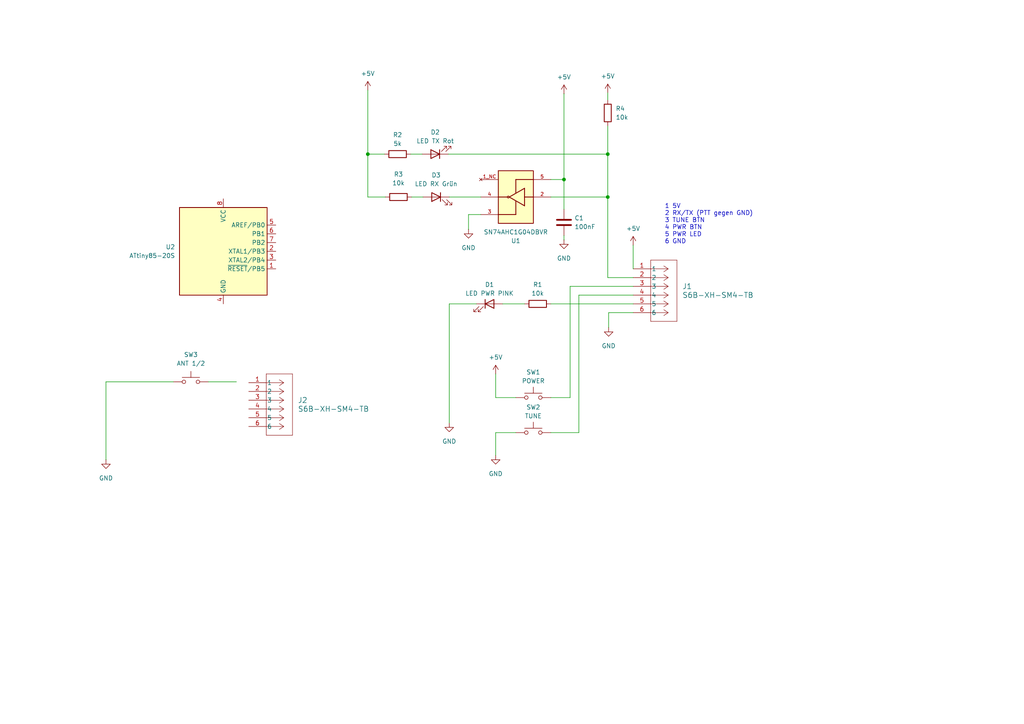
<source format=kicad_sch>
(kicad_sch (version 20250114) (generator "eeschema") (generator_version "9.0")
  (paper "A4")
  (lib_symbols
    (symbol "Device:C" (pin_numbers (hide yes)) (pin_names (offset 0.254))
      (property "Reference" "C" (at 0.635 2.54 0))
      (property "Value" "C" (at 0.635 -2.54 0))
      (symbol "C_0_1"
        (polyline (pts (xy -2.032 0.762) (xy 2.032 0.762)) (stroke (width 0.508)))
        (polyline (pts (xy -2.032 -0.762) (xy 2.032 -0.762)) (stroke (width 0.508)))
      )
      (symbol "C_1_1"
        (pin passive line (at 0 3.81 270) (length 2.794) (name "~") (number "1"))
        (pin passive line (at 0 -3.81 90) (length 2.794) (name "~") (number "2"))
      )
    )
    (symbol "Device:LED" (pin_numbers (hide yes)) (pin_names (offset 1.016) (hide yes))
      (property "Reference" "D" (at 0 2.54 0))
      (property "Value" "LED" (at 0 -2.54 0))
      (symbol "LED_0_1"
        (polyline (pts (xy -3.048 -0.762) (xy -4.572 -2.286) (xy -3.81 -2.286) (xy -4.572 -2.286) (xy -4.572 -1.524)))
        (polyline (pts (xy -1.778 -0.762) (xy -3.302 -2.286) (xy -2.54 -2.286) (xy -3.302 -2.286) (xy -3.302 -1.524)))
        (polyline (pts (xy -1.27 0) (xy 1.27 0)))
        (polyline (pts (xy -1.27 -1.27) (xy -1.27 1.27)) (stroke (width 0.254)))
        (polyline (pts (xy 1.27 -1.27) (xy 1.27 1.27) (xy -1.27 0) (xy 1.27 -1.27)) (stroke (width 0.254)))
      )
      (symbol "LED_1_1"
        (pin passive line (at -3.81 0 0) (length 2.54) (name "K") (number "1"))
        (pin passive line (at 3.81 0 180) (length 2.54) (name "A") (number "2"))
      )
    )
    (symbol "Device:R" (pin_numbers (hide yes)) (pin_names (offset 0))
      (property "Reference" "R" (at 2.032 0 90))
      (property "Value" "R" (at 0 0 90))
      (symbol "R_0_1"
        (rectangle (start -1.016 -2.54) (end 1.016 2.54) (stroke (width 0.254)))
      )
      (symbol "R_1_1"
        (pin passive line (at 0 3.81 270) (length 1.27) (name "~") (number "1"))
        (pin passive line (at 0 -3.81 90) (length 1.27) (name "~") (number "2"))
      )
    )
    (symbol "MCU_Microchip_ATtiny:ATtiny85-20S"
      (property "Reference" "U" (at -12.7 13.97 0))
      (property "Value" "ATtiny85-20S" (at 2.54 -13.97 0))
      (symbol "ATtiny85-20S_0_1"
        (rectangle (start -12.7 -12.7) (end 12.7 12.7) (stroke (width 0.254)) (fill (type background)))
      )
      (symbol "ATtiny85-20S_1_1"
        (pin power_in line (at 0 15.24 270) (length 2.54) (name "VCC") (number "8"))
        (pin power_in line (at 0 -15.24 90) (length 2.54) (name "GND") (number "4"))
        (pin bidirectional line (at 15.24 7.62 180) (length 2.54) (name "AREF/PB0") (number "5"))
        (pin bidirectional line (at 15.24 5.08 180) (length 2.54) (name "PB1") (number "6"))
        (pin bidirectional line (at 15.24 2.54 180) (length 2.54) (name "PB2") (number "7"))
        (pin bidirectional line (at 15.24 0 180) (length 2.54) (name "XTAL1/PB3") (number "2"))
        (pin bidirectional line (at 15.24 -2.54 180) (length 2.54) (name "XTAL2/PB4") (number "3"))
        (pin bidirectional line (at 15.24 -5.08 180) (length 2.54) (name "~{RESET}/PB5") (number "1"))
      )
    )
    (symbol "S6B_XH_SM4_TB:S6B-XH-SM4-TB" (pin_names (offset 0.254))
      (property "Reference" "J" (at 8.89 6.35 0))
      (property "Value" "S6B-XH-SM4-TB" (at 0 0 0))
      (symbol "S6B-XH-SM4-TB_1_1"
        (polyline (pts (xy 5.08 2.54) (xy 5.08 -15.24)) (stroke (width 0.127)))
        (polyline (pts (xy 5.08 -15.24) (xy 12.7 -15.24)) (stroke (width 0.127)))
        (polyline (pts (xy 10.16 0) (xy 5.08 0)) (stroke (width 0.127)))
        (polyline (pts (xy 10.16 0) (xy 8.89 0.8467)) (stroke (width 0.127)))
        (polyline (pts (xy 10.16 0) (xy 8.89 -0.8467)) (stroke (width 0.127)))
        (polyline (pts (xy 10.16 -2.54) (xy 5.08 -2.54)) (stroke (width 0.127)))
        (polyline (pts (xy 10.16 -2.54) (xy 8.89 -1.6933)) (stroke (width 0.127)))
        (polyline (pts (xy 10.16 -2.54) (xy 8.89 -3.3867)) (stroke (width 0.127)))
        (polyline (pts (xy 10.16 -5.08) (xy 5.08 -5.08)) (stroke (width 0.127)))
        (polyline (pts (xy 10.16 -5.08) (xy 8.89 -4.2333)) (stroke (width 0.127)))
        (polyline (pts (xy 10.16 -5.08) (xy 8.89 -5.9267)) (stroke (width 0.127)))
        (polyline (pts (xy 10.16 -7.62) (xy 5.08 -7.62)) (stroke (width 0.127)))
        (polyline (pts (xy 10.16 -7.62) (xy 8.89 -6.7733)) (stroke (width 0.127)))
        (polyline (pts (xy 10.16 -7.62) (xy 8.89 -8.4667)) (stroke (width 0.127)))
        (polyline (pts (xy 10.16 -10.16) (xy 5.08 -10.16)) (stroke (width 0.127)))
        (polyline (pts (xy 10.16 -10.16) (xy 8.89 -9.3133)) (stroke (width 0.127)))
        (polyline (pts (xy 10.16 -10.16) (xy 8.89 -11.0067)) (stroke (width 0.127)))
        (polyline (pts (xy 10.16 -12.7) (xy 5.08 -12.7)) (stroke (width 0.127)))
        (polyline (pts (xy 10.16 -12.7) (xy 8.89 -11.8533)) (stroke (width 0.127)))
        (polyline (pts (xy 10.16 -12.7) (xy 8.89 -13.5467)) (stroke (width 0.127)))
        (polyline (pts (xy 12.7 2.54) (xy 5.08 2.54)) (stroke (width 0.127)))
        (polyline (pts (xy 12.7 -15.24) (xy 12.7 2.54)) (stroke (width 0.127)))
        (pin unspecified line (at 0 0 0) (length 5.08) (name "1") (number "1"))
        (pin unspecified line (at 0 -2.54 0) (length 5.08) (name "2") (number "2"))
        (pin unspecified line (at 0 -5.08 0) (length 5.08) (name "3") (number "3"))
        (pin unspecified line (at 0 -7.62 0) (length 5.08) (name "4") (number "4"))
        (pin unspecified line (at 0 -10.16 0) (length 5.08) (name "5") (number "5"))
        (pin unspecified line (at 0 -12.7 0) (length 5.08) (name "6") (number "6"))
      )
      (symbol "S6B-XH-SM4-TB_1_2"
        (polyline (pts (xy 5.08 2.54) (xy 5.08 -15.24)) (stroke (width 0.127)))
        (polyline (pts (xy 5.08 -15.24) (xy 12.7 -15.24)) (stroke (width 0.127)))
        (polyline (pts (xy 7.62 0) (xy 5.08 0)) (stroke (width 0.127)))
        (polyline (pts (xy 7.62 0) (xy 8.89 0.8467)) (stroke (width 0.127)))
        (polyline (pts (xy 7.62 0) (xy 8.89 -0.8467)) (stroke (width 0.127)))
        (polyline (pts (xy 7.62 -2.54) (xy 5.08 -2.54)) (stroke (width 0.127)))
        (polyline (pts (xy 7.62 -2.54) (xy 8.89 -1.6933)) (stroke (width 0.127)))
        (polyline (pts (xy 7.62 -2.54) (xy 8.89 -3.3867)) (stroke (width 0.127)))
        (polyline (pts (xy 7.62 -5.08) (xy 5.08 -5.08)) (stroke (width 0.127)))
        (polyline (pts (xy 7.62 -5.08) (xy 8.89 -4.2333)) (stroke (width 0.127)))
        (polyline (pts (xy 7.62 -5.08) (xy 8.89 -5.9267)) (stroke (width 0.127)))
        (polyline (pts (xy 7.62 -7.62) (xy 5.08 -7.62)) (stroke (width 0.127)))
        (polyline (pts (xy 7.62 -7.62) (xy 8.89 -6.7733)) (stroke (width 0.127)))
        (polyline (pts (xy 7.62 -7.62) (xy 8.89 -8.4667)) (stroke (width 0.127)))
        (polyline (pts (xy 7.62 -10.16) (xy 5.08 -10.16)) (stroke (width 0.127)))
        (polyline (pts (xy 7.62 -10.16) (xy 8.89 -9.3133)) (stroke (width 0.127)))
        (polyline (pts (xy 7.62 -10.16) (xy 8.89 -11.0067)) (stroke (width 0.127)))
        (polyline (pts (xy 7.62 -12.7) (xy 5.08 -12.7)) (stroke (width 0.127)))
        (polyline (pts (xy 7.62 -12.7) (xy 8.89 -11.8533)) (stroke (width 0.127)))
        (polyline (pts (xy 7.62 -12.7) (xy 8.89 -13.5467)) (stroke (width 0.127)))
        (polyline (pts (xy 12.7 2.54) (xy 5.08 2.54)) (stroke (width 0.127)))
        (polyline (pts (xy 12.7 -15.24) (xy 12.7 2.54)) (stroke (width 0.127)))
        (pin unspecified line (at 0 0 0) (length 5.08) (name "1") (number "1"))
        (pin unspecified line (at 0 -2.54 0) (length 5.08) (name "2") (number "2"))
        (pin unspecified line (at 0 -5.08 0) (length 5.08) (name "3") (number "3"))
        (pin unspecified line (at 0 -7.62 0) (length 5.08) (name "4") (number "4"))
        (pin unspecified line (at 0 -10.16 0) (length 5.08) (name "5") (number "5"))
        (pin unspecified line (at 0 -12.7 0) (length 5.08) (name "6") (number "6"))
      )
    )
    (symbol "SN74AHC1G04DBVR:SN74AHC1G04DBVR" (pin_names (offset 1.016))
      (property "Reference" "U1" (at 0 -12.7 0))
      (property "Value" "SN74AHC1G04DBVR" (at 0 -10.16 0))
      (symbol "SN74AHC1G04DBVR_0_0"
        (polyline (pts (xy -5.08 5.08) (xy 0 5.08)) (stroke (width 0.254)))
        (polyline (pts (xy -5.08 0) (xy -2.54 0)) (stroke (width 0.254)))
        (rectangle (start -5.08 -7.62) (end 5.08 7.62) (stroke (width 0.254)) (fill (type background)))
        (polyline (pts (xy -2.54 2.54) (xy 1.905 0)) (stroke (width 0.254)))
        (polyline (pts (xy -2.54 0) (xy -2.54 2.54)) (stroke (width 0.254)))
        (polyline (pts (xy -2.54 -2.54) (xy -2.54 0)) (stroke (width 0.254)))
        (polyline (pts (xy 0 5.08) (xy 0 1.143)) (stroke (width 0.254)))
        (polyline (pts (xy 0 -1.143) (xy 0 -5.08)) (stroke (width 0.254)))
        (polyline (pts (xy 0 -5.08) (xy 5.08 -5.08)) (stroke (width 0.254)))
        (polyline (pts (xy 1.905 0) (xy -2.54 -2.54)) (stroke (width 0.254)))
        (circle (center 2.1844 0) (radius 0.254) (stroke (width 0.254)))
        (polyline (pts (xy 2.54 0) (xy 5.08 0)) (stroke (width 0.254)))
        (pin power_in line (at -10.16 5.08 0) (length 5.08) (name "~") (number "5"))
        (pin input line (at -10.16 0 0) (length 5.08) (name "~") (number "2"))
        (pin output line (at 10.16 0 180) (length 5.08) (name "~") (number "4"))
        (pin power_in line (at 10.16 -5.08 180) (length 5.08) (name "~") (number "3"))
      )
      (symbol "SN74AHC1G04DBVR_1_0"
        (pin no_connect line (at 10.16 5.08 180) (length 5.08) (name "~") (number "1_NC"))
      )
    )
    (symbol "Switch:SW_Omron_B3FS" (pin_numbers (hide yes)) (pin_names (offset 1.016) (hide yes))
      (property "Reference" "SW" (at 1.27 2.54 0))
      (property "Value" "SW_Omron_B3FS" (at 0 -1.524 0))
      (symbol "SW_Omron_B3FS_0_1"
        (circle (center -2.032 0) (radius 0.508))
        (polyline (pts (xy 0 1.27) (xy 0 3.048)))
        (circle (center 2.032 0) (radius 0.508))
        (polyline (pts (xy 2.54 1.27) (xy -2.54 1.27)))
        (pin passive line (at -5.08 0 0) (length 2.54) (name "1") (number "1"))
        (pin passive line (at 5.08 0 180) (length 2.54) (name "2") (number "2"))
      )
    )
    (symbol "power:+5V" (power) (pin_numbers (hide yes)) (pin_names (offset 0) (hide yes))
      (property "Value" "+5V" (at 0 3.556 0))
      (symbol "+5V_0_1"
        (polyline (pts (xy -0.762 1.27) (xy 0 2.54)))
        (polyline (pts (xy 0 2.54) (xy 0.762 1.27)))
        (polyline (pts (xy 0 0) (xy 0 2.54)))
      )
      (symbol "+5V_1_1"
        (pin power_in line (at 0 0 90) (length 0) (name "~") (number "1"))
      )
    )
    (symbol "power:GND" (power) (pin_numbers (hide yes)) (pin_names (offset 0) (hide yes))
      (property "Value" "GND" (at 0 -3.81 0))
      (symbol "GND_0_1"
        (polyline (pts (xy 0 0) (xy 0 -1.27) (xy 1.27 -1.27) (xy 0 -2.54) (xy -1.27 -1.27) (xy 0 -1.27)))
      )
      (symbol "GND_1_1"
        (pin power_in line (at 0 0 270) (length 0) (name "~") (number "1"))
      )
    )
  )
  (text "1 5V\n2 RX/TX (PTT gegen GND)\n3 TUNE BTN\n4 PWR BTN\n5 PWR LED\n6 GND\n" (at 192.786 65.024 0) (effects (font (size 1.27 1.27)) (justify left)))
  (junction (at 176.276 57.15))
  (junction (at 106.68 44.704))
  (junction (at 163.576 52.07))
  (junction (at 176.276 44.704))
  (wire (pts (xy 167.894 85.598) (xy 167.894 125.476)))
  (wire (pts (xy 111.506 44.704) (xy 106.68 44.704)))
  (wire (pts (xy 149.606 125.476) (xy 143.764 125.476)))
  (wire (pts (xy 183.642 85.598) (xy 167.894 85.598)))
  (wire (pts (xy 145.796 88.138) (xy 152.146 88.138)))
  (wire (pts (xy 165.354 83.058) (xy 183.642 83.058)))
  (wire (pts (xy 176.276 36.576) (xy 176.276 44.704)))
  (wire (pts (xy 159.766 52.07) (xy 163.576 52.07)))
  (wire (pts (xy 183.642 71.12) (xy 183.642 77.978)))
  (wire (pts (xy 119.126 44.704) (xy 122.428 44.704)))
  (wire (pts (xy 143.764 108.458) (xy 143.764 115.316)))
  (wire (pts (xy 163.576 27.178) (xy 163.576 52.07)))
  (wire (pts (xy 106.68 57.15) (xy 111.76 57.15)))
  (wire (pts (xy 130.048 44.704) (xy 176.276 44.704)))
  (wire (pts (xy 143.764 125.476) (xy 143.764 132.08)))
  (wire (pts (xy 159.766 125.476) (xy 167.894 125.476)))
  (wire (pts (xy 106.68 44.704) (xy 106.68 57.15)))
  (wire (pts (xy 183.642 90.678) (xy 176.53 90.678)))
  (wire (pts (xy 130.302 88.138) (xy 138.176 88.138)))
  (wire (pts (xy 176.53 90.678) (xy 176.53 94.996)))
  (wire (pts (xy 130.302 88.138) (xy 130.302 122.682)))
  (wire (pts (xy 165.354 115.316) (xy 159.766 115.316)))
  (wire (pts (xy 163.576 68.326) (xy 163.576 69.596)))
  (wire (pts (xy 60.452 110.744) (xy 68.58 110.744)))
  (wire (pts (xy 106.68 26.162) (xy 106.68 44.704)))
  (wire (pts (xy 176.276 80.518) (xy 183.642 80.518)))
  (wire (pts (xy 135.89 62.23) (xy 135.89 66.548)))
  (wire (pts (xy 176.276 26.924) (xy 176.276 28.956)))
  (wire (pts (xy 176.276 57.15) (xy 159.766 57.15)))
  (wire (pts (xy 163.576 52.07) (xy 163.576 60.706)))
  (wire (pts (xy 30.734 110.744) (xy 30.734 133.35)))
  (wire (pts (xy 130.302 57.15) (xy 139.446 57.15)))
  (wire (pts (xy 50.292 110.744) (xy 30.734 110.744)))
  (wire (pts (xy 119.38 57.15) (xy 122.682 57.15)))
  (wire (pts (xy 139.446 62.23) (xy 135.89 62.23)))
  (wire (pts (xy 165.354 83.058) (xy 165.354 115.316)))
  (wire (pts (xy 176.276 57.15) (xy 176.276 80.518)))
  (wire (pts (xy 176.276 44.704) (xy 176.276 57.15)))
  (wire (pts (xy 149.606 115.316) (xy 143.764 115.316)))
  (wire (pts (xy 159.766 88.138) (xy 183.642 88.138)))
  (symbol (lib_id "power:+5V") (at 143.764 108.458 0) (unit 1)
    (property "Reference" "#PWR010" (effects (hide yes)))
    (property "Value" "+5V" (at 143.764 103.632 0))
    (property "Description" "Power symbol creates a global label with name \"+5V\"" (effects (hide yes)))
  )
  (symbol (lib_id "Device:LED") (at 126.492 57.15 0) (mirror y) (unit 1)
    (property "Reference" "D3" (at 126.492 50.8 0))
    (property "Value" "LED RX Grün" (at 126.492 53.34 0))
    (property "Footprint" "LED_SMD:LED_0805_2012Metric" (effects (hide yes)))
    (property "Description" "Light emitting diode" (effects (hide yes)))
    (property "Sim.Pins" "1=K 2=A" (effects (hide yes)))
  )
  (symbol (lib_id "S6B_XH_SM4_TB:S6B-XH-SM4-TB") (at 183.642 77.978 0) (unit 1)
    (property "Reference" "J1" (at 197.866 83.0579 0) (effects (font (size 1.524 1.524)) (justify left)))
    (property "Value" "S6B-XH-SM4-TB" (at 197.866 85.5979 0) (effects (font (size 1.524 1.524)) (justify left)))
    (property "Footprint" "CONN_S6B-XH-SM4-TB_JST" (effects (hide yes)))
    (property "Datasheet" "S6B-XH-SM4-TB" (effects (hide yes)))
  )
  (symbol (lib_id "power:+5V") (at 176.276 26.924 0) (unit 1)
    (property "Reference" "#PWR07" (effects (hide yes)))
    (property "Value" "+5V" (at 176.276 22.098 0))
    (property "Description" "Power symbol creates a global label with name \"+5V\"" (effects (hide yes)))
  )
  (symbol (lib_id "Device:R") (at 115.57 57.15 90) (unit 1)
    (property "Reference" "R3" (at 115.57 50.546 90))
    (property "Value" "10k" (at 115.57 53.086 90))
    (property "Footprint" "Resistor_SMD:R_0805_2012Metric" (effects (hide yes)))
    (property "Description" "Resistor" (effects (hide yes)))
  )
  (symbol (lib_id "Switch:SW_Omron_B3FS") (at 154.686 125.476 0) (unit 1)
    (property "Reference" "SW2" (at 154.686 118.11 0))
    (property "Value" "TUNE" (at 154.686 120.65 0))
    (property "Footprint" "Button_Switch_SMD:SW_SPST_Omron_B3FS-101xP" (effects (hide yes)))
    (property "Datasheet" "https://omronfs.omron.com/en_US/ecb/products/pdf/en-b3fs.pdf" (effects (hide yes)))
    (property "Description" "Omron B3FS 6x6mm single pole normally-open tactile switch" (effects (hide yes)))
  )
  (symbol (lib_id "power:GND") (at 135.89 66.548 0) (unit 1)
    (property "Reference" "#PWR04" (effects (hide yes)))
    (property "Value" "GND" (at 135.89 71.882 0))
    (property "Description" "Power symbol creates a global label with name \"GND\" , ground" (effects (hide yes)))
  )
  (symbol (lib_id "Device:R") (at 176.276 32.766 180) (unit 1)
    (property "Reference" "R4" (at 178.562 31.4959 0) (effects (justify right)))
    (property "Value" "10k" (at 178.562 34.0359 0) (effects (justify right)))
    (property "Footprint" "Resistor_SMD:R_0805_2012Metric" (effects (hide yes)))
    (property "Description" "Resistor" (effects (hide yes)))
  )
  (symbol (lib_id "Device:R") (at 155.956 88.138 90) (unit 1)
    (property "Reference" "R1" (at 155.956 82.55 90))
    (property "Value" "10k" (at 155.956 85.09 90))
    (property "Footprint" "Resistor_SMD:R_0805_2012Metric" (effects (hide yes)))
    (property "Description" "Resistor" (effects (hide yes)))
  )
  (symbol (lib_id "Device:R") (at 115.316 44.704 90) (unit 1)
    (property "Reference" "R2" (at 115.316 39.116 90))
    (property "Value" "5k" (at 115.316 41.656 90))
    (property "Footprint" "Resistor_SMD:R_0805_2012Metric" (effects (hide yes)))
    (property "Description" "Resistor" (effects (hide yes)))
  )
  (symbol (lib_id "power:+5V") (at 163.576 27.178 0) (unit 1)
    (property "Reference" "#PWR03" (effects (hide yes)))
    (property "Value" "+5V" (at 163.576 22.352 0))
    (property "Description" "Power symbol creates a global label with name \"+5V\"" (effects (hide yes)))
  )
  (symbol (lib_id "SN74AHC1G04DBVR:SN74AHC1G04DBVR") (at 149.606 57.15 0) (mirror y) (unit 1)
    (property "Reference" "U1" (at 149.606 69.85 0))
    (property "Value" "SN74AHC1G04DBVR" (at 149.606 67.31 0))
    (property "Footprint" "SN74AHC1G04DBVR:SOT95P280X145-5N" (effects (hide yes)))
    (property "MF" "Texas Instruments" (effects (hide yes)))
    (property "MAXIMUM_PACKAGE_HEIGHT" "1.45mm" (effects (hide yes)))
    (property "Package" "SOT-23-5 Texas Instruments" (effects (hide yes)))
    (property "Price" "None" (effects (hide yes)))
    (property "Check_prices" "https://www.snapeda.com/parts/SN74AHC1G04DBVR/Texas+Instruments/view-part/?ref=eda" (effects (hide yes)))
    (property "STANDARD" "IPC-7351B" (effects (hide yes)))
    (property "PARTREV" "AD" (effects (hide yes)))
    (property "SnapEDA_Link" "https://www.snapeda.com/parts/SN74AHC1G04DBVR/Texas+Instruments/view-part/?ref=snap" (effects (hide yes)))
    (property "MP" "SN74AHC1G04DBVR" (effects (hide yes)))
    (property "Description_1" "Single 2-V to 5.5-V inverter" (effects (hide yes)))
    (property "Availability" "In Stock" (effects (hide yes)))
    (property "MANUFACTURER" "Texas Instruments" (effects (hide yes)))
  )
  (symbol (lib_id "power:+5V") (at 106.68 26.162 0) (unit 1)
    (property "Reference" "#PWR06" (effects (hide yes)))
    (property "Value" "+5V" (at 106.68 21.336 0))
    (property "Description" "Power symbol creates a global label with name \"+5V\"" (effects (hide yes)))
  )
  (symbol (lib_id "Switch:SW_Omron_B3FS") (at 154.686 115.316 0) (unit 1)
    (property "Reference" "SW1" (at 154.686 107.95 0))
    (property "Value" "POWER" (at 154.686 110.49 0))
    (property "Footprint" "Button_Switch_SMD:SW_SPST_Omron_B3FS-101xP" (effects (hide yes)))
    (property "Datasheet" "https://omronfs.omron.com/en_US/ecb/products/pdf/en-b3fs.pdf" (effects (hide yes)))
    (property "Description" "Omron B3FS 6x6mm single pole normally-open tactile switch" (effects (hide yes)))
  )
  (symbol (lib_id "Device:C") (at 163.576 64.516 0) (unit 1)
    (property "Reference" "C1" (at 166.624 63.2459 0) (effects (justify left)))
    (property "Value" "100nF" (at 166.624 65.7859 0) (effects (justify left)))
    (property "Footprint" "Capacitor_SMD:C_0805_2012Metric" (effects (hide yes)))
    (property "Description" "Unpolarized capacitor" (effects (hide yes)))
  )
  (symbol (lib_id "power:GND") (at 143.764 132.08 0) (unit 1)
    (property "Reference" "#PWR09" (effects (hide yes)))
    (property "Value" "GND" (at 143.764 137.414 0))
    (property "Description" "Power symbol creates a global label with name \"GND\" , ground" (effects (hide yes)))
  )
  (symbol (lib_id "power:+5V") (at 183.642 71.12 0) (unit 1)
    (property "Reference" "#PWR08" (effects (hide yes)))
    (property "Value" "+5V" (at 183.642 66.294 0))
    (property "Description" "Power symbol creates a global label with name \"+5V\"" (effects (hide yes)))
  )
  (symbol (lib_id "power:GND") (at 163.576 69.596 0) (unit 1)
    (property "Reference" "#PWR05" (effects (hide yes)))
    (property "Value" "GND" (at 163.576 74.93 0))
    (property "Description" "Power symbol creates a global label with name \"GND\" , ground" (effects (hide yes)))
  )
  (symbol (lib_id "power:GND") (at 130.302 122.682 0) (unit 1)
    (property "Reference" "#PWR02" (effects (hide yes)))
    (property "Value" "GND" (at 130.302 128.016 0))
    (property "Description" "Power symbol creates a global label with name \"GND\" , ground" (effects (hide yes)))
  )
  (symbol (lib_id "power:GND") (at 176.53 94.996 0) (unit 1)
    (property "Reference" "#PWR01" (effects (hide yes)))
    (property "Value" "GND" (at 176.53 100.33 0))
    (property "Description" "Power symbol creates a global label with name \"GND\" , ground" (effects (hide yes)))
  )
  (symbol (lib_id "Switch:SW_Omron_B3FS") (at 55.372 110.744 0) (unit 1)
    (property "Reference" "SW3" (at 55.372 102.87 0))
    (property "Value" "ANT 1/2" (at 55.372 105.41 0))
    (property "Footprint" "Button_Switch_SMD:SW_SPST_Omron_B3FS-101xP" (effects (hide yes)))
    (property "Datasheet" "https://omronfs.omron.com/en_US/ecb/products/pdf/en-b3fs.pdf" (effects (hide yes)))
    (property "Description" "Omron B3FS 6x6mm single pole normally-open tactile switch" (effects (hide yes)))
  )
  (symbol (lib_id "Device:LED") (at 141.986 88.138 0) (unit 1)
    (property "Reference" "D1" (at 141.986 82.55 0))
    (property "Value" "LED PWR PINK" (at 141.986 85.09 0))
    (property "Footprint" "LED_SMD:LED_0805_2012Metric" (effects (hide yes)))
    (property "Description" "Light emitting diode" (effects (hide yes)))
    (property "Sim.Pins" "1=K 2=A" (effects (hide yes)))
  )
  (symbol (lib_id "power:GND") (at 30.734 133.35 0) (unit 1)
    (property "Reference" "#PWR011" (effects (hide yes)))
    (property "Value" "GND" (at 30.734 138.684 0))
    (property "Description" "Power symbol creates a global label with name \"GND\" , ground" (effects (hide yes)))
  )
  (symbol (lib_id "MCU_Microchip_ATtiny:ATtiny85-20S") (at 64.77 72.898 0) (unit 1)
    (property "Reference" "U2" (at 50.8 71.6279 0) (effects (justify right)))
    (property "Value" "ATtiny85-20S" (at 50.8 74.1679 0) (effects (justify right)))
    (property "Footprint" "Package_SO:SOIC-8_5.3x5.3mm_P1.27mm" (effects (hide yes)))
    (property "Datasheet" "http://ww1.microchip.com/downloads/en/DeviceDoc/atmel-2586-avr-8-bit-microcontroller-attiny25-attiny45-attiny85_datasheet.pdf" (effects (hide yes)))
    (property "Description" "20MHz, 8kB Flash, 512B SRAM, 512B EEPROM, debugWIRE, SOIC-8" (effects (hide yes)))
  )
  (symbol (lib_id "Device:LED") (at 126.238 44.704 180) (unit 1)
    (property "Reference" "D2" (at 126.238 38.354 0))
    (property "Value" "LED TX Rot" (at 126.238 40.894 0))
    (property "Footprint" "LED_SMD:LED_0805_2012Metric" (effects (hide yes)))
    (property "Description" "Light emitting diode" (effects (hide yes)))
    (property "Sim.Pins" "1=K 2=A" (effects (hide yes)))
  )
  (symbol (lib_id "S6B_XH_SM4_TB:S6B-XH-SM4-TB") (at 72.136 110.998 0) (unit 1)
    (property "Reference" "J2" (at 86.36 116.0779 0) (effects (font (size 1.524 1.524)) (justify left)))
    (property "Value" "S6B-XH-SM4-TB" (at 86.36 118.6179 0) (effects (font (size 1.524 1.524)) (justify left)))
    (property "Footprint" "CONN_S6B-XH-SM4-TB_JST" (effects (hide yes)))
    (property "Datasheet" "S6B-XH-SM4-TB" (effects (hide yes)))
  )
)
</source>
